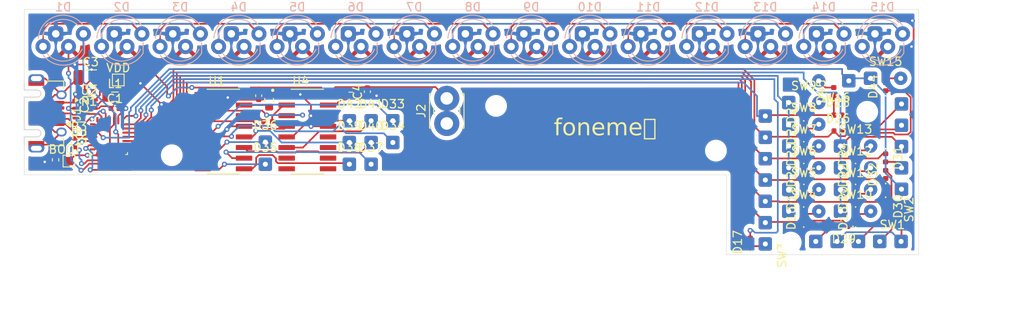
<source format=kicad_pcb>
(kicad_pcb (version 20241229) (generator "pcbnew") (generator_version "9.0")
  (layers (0 "F.Cu" signal) (2 "B.Cu" signal) (13 "F.Paste" user) (15 "B.Paste" user) (5 "F.SilkS" user "F.Silkscreen") (7 "B.SilkS" user "B.Silkscreen") (1 "F.Mask" user) (3 "B.Mask" user) (25 "Edge.Cuts" user))
  (net 0 "")
  (net 1 "GND")
  (net 2 "VDD")
  (net 3 "+5V")
  (net 4 "Net-(D1-DIN)")
  (net 5 "Net-(D1-DOUT)")
  (net 6 "Net-(D2-DOUT)")
  (net 7 "Net-(D3-DOUT)")
  (net 8 "Net-(D4-DOUT)")
  (net 9 "Net-(D5-DOUT)")
  (net 10 "Net-(D6-DOUT)")
  (net 11 "Net-(D7-DOUT)")
  (net 12 "Net-(D8-DOUT)")
  (net 13 "Net-(D10-DIN)")
  (net 14 "Net-(D10-DOUT)")
  (net 15 "Net-(D11-DOUT)")
  (net 16 "Net-(D12-DOUT)")
  (net 17 "Net-(D13-DOUT)")
  (net 18 "Net-(D14-DOUT)")
  (net 20 "Net-(D16-A)")
  (net 21 "BROW1")
  (net 22 "Net-(D17-K)")
  (net 23 "BCOL1")
  (net 24 "Net-(D18-A)")
  (net 25 "BROW2")
  (net 26 "Net-(D19-A)")
  (net 27 "Net-(D20-A)")
  (net 28 "Net-(D21-A)")
  (net 29 "BROW3")
  (net 30 "Net-(D22-A)")
  (net 31 "Net-(D23-A)")
  (net 32 "BROW4")
  (net 33 "Net-(D24-A)")
  (net 34 "Net-(D25-A)")
  (net 35 "BROW5")
  (net 36 "Net-(D26-A)")
  (net 37 "Net-(D27-A)")
  (net 38 "BROW6")
  (net 39 "Net-(D28-A)")
  (net 40 "Net-(D29-A)")
  (net 41 "Net-(D30-A)")
  (net 42 "Net-(D31-A)")
  (net 43 "Net-(D32-A)")
  (net 44 "Net-(U2-SW)")
  (net 45 "Net-(U2-VSET)")
  (net 46 "BCOL2")
  (net 47 "BCOL3")
  (net 49 "Net-(J1-Shield)")
  (net 51 "Net-(J1-D-)")
  (net 52 "Net-(J1-D+)")
  (net 54 "Net-(U3-PA9{slash}PA11)")
  (net 56 "Net-(U3-PA10{slash}PA12)")
  (net 57 "BCOL4")
  (net 58 "Net-(D33-K)")
  (net 59 "Net-(D34-K)")
  (net 60 "Net-(D35-K)")
  (net 61 "Net-(D36-K)")
  (net 63 "Net-(J3-Pin_1)")
  (net 64 "Net-(D37-K)")
  (net 66 "Net-(D38-K)")
  (net 69 "Net-(D39-K)")
  (net 70 "Net-(D40-K)")
  (net 71 "Net-(D41-K)")
  (net 72 "Net-(D42-K)")
  (net 74 "Net-(U1-R-EXT)")
  (net 75 "Net-(U4-R-EXT)")
  (net 76 "SDI1")
  (net 77 "Net-(U1-SDI)")
  (net 78 "Net-(U1-SDO)")
  (net 79 "Net-(U4-SDI)")
  (net 80 "LCLK")
  (net 81 "CLK")
  (net 89 "Net-(D44-A)")
  (net 90 "Net-(D45-A)")
  (footprint "TestPoint:TestPoint_Pad_1.0x1.0mm" (layer "F.Cu") (at 94.1 51.7)
    (property "Reference" "VDD")
    (property "Value" "Conn_01x01_Socket")
  )
  (footprint "Connector_Wire:SolderWire-0.1sqmm_1x02_P3.6mm_D0.4mm_OD1mm" (layer "F.Cu") (at 181.5 51.8 180)
    (property "Reference" "SW16")
    (property "Value" "SW_Push")
  )
  (footprint "assets:D_0402_1005Metric-Model" (layer "F.Cu") (at 180.9 69.2 180)
    (property "Reference" "D29")
    (property "Value" "D_Small")
  )
  (footprint "assets:D_0402_1005Metric-Model" (layer "F.Cu") (at 182.3225 68.215 90)
    (property "Reference" "D18")
    (property "Value" "D_Small")
  )
  (footprint "Resistor_SMD:R_0603_1608Metric" (layer "F.Cu") (at 121.923412 53.679 180)
    (property "Reference" "R5" (hide yes))
    (property "Value" "1.5K")
  )
  (footprint "MountingHole:MountingHole_2.1mm" (layer "F.Cu") (at 183.7 55.5)
    (property "Reference" "REF**" (hide yes))
    (property "Value" "MountingHole_2.1mm")
  )
  (footprint "assets:D_0402_1005Metric-Model" (layer "F.Cu") (at 176.1075 55.5 90)
    (property "Reference" "D27")
    (property "Value" "D_Small")
  )
  (footprint "assets:1X07PliggleBopFonemeWire" (layer "F.Cu") (at 171.5075 63.665 -90)
    (property "Reference" "SW3")
    (property "Value" "SR17A1620F69N")
  )
  (footprint "TLC5916IDG4:SOIC127P600X175-16N" (layer "F.Cu") (at 116.723412 57.874)
    (property "Reference" "U4")
    (property "Value" "TLC5916")
  )
  (footprint "Connector_Wire:SolderWire-0.1sqmm_1x02_P3.6mm_D0.4mm_OD1mm" (layer "F.Cu") (at 180.5075 67.4)
    (property "Reference" "SW10")
    (property "Value" "SW_Push")
  )
  (footprint "Connector_Wire:SolderWire-0.1sqmm_1x01_D0.4mm_OD1mm" (layer "F.Cu") (at 121.748412 61.779)
    (property "Reference" "D38")
    (property "Value" "LED")
  )
  (footprint "assets:D_0402_1005Metric-Model" (layer "F.Cu") (at 185.9075 63 90)
    (property "Reference" "D32")
    (property "Value" "D_Small")
  )
  (footprint "Resistor_SMD:R_0603_1608Metric" (layer "F.Cu") (at 112.148412 54.129 -90)
    (property "Reference" "R4" (hide yes))
    (property "Value" "1.5K")
  )
  (footprint "assets:D_0402_1005Metric-Model" (layer "F.Cu") (at 182.3075 60.6 90)
    (property "Reference" "D24")
    (property "Value" "D_Small")
  )
  (footprint "Connector_Wire:SolderWire-0.1sqmm_1x01_D0.4mm_OD1mm" (layer "F.Cu") (at 126.948412 56.579)
    (property "Reference" "D33")
    (property "Value" "LED")
  )
  (footprint "assets:STM32F042G6U" (layer "F.Cu") (at 93.1 58.5 90)
    (property "Reference" "U3")
    (property "Value" "STM32F042G6Ux")
  )
  (footprint "assets:D_0402_1005Metric-Model" (layer "F.Cu") (at 180.2075 57.8)
    (property "Reference" "D26")
    (property "Value" "D_Small")
  )
  (footprint "assets:D_0402_1005Metric-Model" (layer "F.Cu") (at 169.7 71.1 90)
    (property "Reference" "D17")
    (property "Value" "D_Small")
  )
  (footprint "Connector_Wire:SolderWire-0.1sqmm_1x02_P3.6mm_D0.4mm_OD1mm" (layer "F.Cu") (at 174.3075 67.415)
    (property "Reference" "SW4")
    (property "Value" "SW_Push")
  )
  (footprint "Connector_Wire:SolderWire-0.1sqmm_1x01_D0.4mm_OD1mm" (layer "F.Cu") (at 124.348412 61.779)
    (property "Reference" "D37")
    (property "Value" "LED")
  )
  (footprint "Connector_Wire:SolderWire-0.1sqmm_1x02_P3.6mm_D0.4mm_OD1mm" (layer "F.Cu") (at 174.3075 59.6)
    (property "Reference" "SW7")
    (property "Value" "SW_Push")
  )
  (footprint "assets:D_0402_1005Metric-Model" (layer "F.Cu") (at 176.1075 58 90)
    (property "Reference" "D25")
    (property "Value" "D_Small")
  )
  (footprint "assets:D_0402_1005Metric-Model" (layer "F.Cu") (at 185.9 61.015 -90)
    (property "Reference" "D31")
    (property "Value" "D_Small")
  )
  (footprint "Connector_Wire:SolderWire-0.1sqmm_1x02_P3.6mm_D0.4mm_OD1mm" (layer "F.Cu") (at 174.3075 62.2)
    (property "Reference" "SW6")
    (property "Value" "SW_Push")
  )
  (footprint "Connector_Wire:SolderWire-0.1sqmm_1x01_D0.4mm_OD1mm" (layer "F.Cu") (at 121.748412 59.179)
    (property "Reference" "D39")
    (property "Value" "LED")
  )
  (footprint "Resistor_SMD:R_0402_1005Metric" (layer "F.Cu") (at 89.4 56.1 180)
    (property "Reference" "R3")
    (property "Value" "22")
  )
  (footprint "assets:D_0402_1005Metric-Model" (layer "F.Cu") (at 176.1075 60.6 90)
    (property "Reference" "D23")
    (property "Value" "D_Small")
  )
  (footprint "Inductor_SMD:L_0805_2012Metric" (layer "F.Cu") (at 93.7 53.7)
    (property "Reference" "L1")
    (property "Value" "1uH")
  )
  (footprint "Connector_Wire:SolderWire-0.1sqmm_1x02_P3.6mm_D0.4mm_OD1mm" (layer "F.Cu") (at 180.5075 59.6)
    (property "Reference" "SW13")
    (property "Value" "SW_Push")
  )
  (footprint "Connector_Wire:SolderWire-0.1sqmm_1x02_P3.6mm_D0.4mm_OD1mm" (layer "F.Cu") (at 180.5075 64.8)
    (property "Reference" "SW11")
    (property "Value" "SW_Push")
  )
  (footprint "Capacitor_SMD:C_0402_1005Metric" (layer "F.Cu") (at 110.898412 53.579 90)
    (property "Reference" "C5" (hide yes))
    (property "Value" "100nF")
  )
  (footprint "Connector_Wire:SolderWire-0.1sqmm_1x01_D0.4mm_OD1mm" (layer "F.Cu") (at 124.348412 59.179)
    (property "Reference" "D40")
    (property "Value" "LED")
  )
  (footprint "Connector_Wire:SolderWire-0.1sqmm_1x02_P3.6mm_D0.4mm_OD1mm" (layer "F.Cu") (at 174.3075 64.8)
    (property "Reference" "SW5")
    (property "Value" "SW_Push")
  )
  (footprint "MountingHole:MountingHole_2.1mm" (layer "F.Cu") (at 139.3 54.8)
    (property "Reference" "REF**" (hide yes))
    (property "Value" "MountingHole_2.1mm")
  )
  (footprint "assets:1X05PliggleBopFonemeWire" (layer "F.Cu") (at 187.8 62.215 -90)
    (property "Reference" "SW2")
    (property "Value" "RotaryEncoder_Switch")
  )
  (footprint "assets:D_0402_1005Metric-Model" (layer "F.Cu") (at 182.3075 63.1 90)
    (property "Reference" "D22")
    (property "Value" "D_Small")
  )
  (footprint "Connector_Wire:SolderWire-0.1sqmm_1x02_P3.6mm_D0.4mm_OD1mm" (layer "F.Cu") (at 184.1 51.5)
    (property "Reference" "SW15")
    (property "Value" "SW_Push")
  )
  (footprint "MountingHole:MountingHole_2.1mm" (layer "F.Cu") (at 100.5 60.7)
    (property "Reference" "REF**" (hide yes))
    (property "Value" "MountingHole_2.1mm")
  )
  (footprint "Resistor_SMD:R_0402_1005Metric" (layer "F.Cu") (at 90.6 53.1 180)
    (property "Reference" "R1")
    (property "Value" ">250K")
  )
  (footprint "Resistor_SMD:R_0402_1005Metric" (layer "F.Cu") (at 112 56.7)
    (property "Reference" "R7" (hide yes))
    (property "Value" "22")
  )
  (footprint "Package_TO_SOT_SMD:SOT-563" (layer "F.Cu") (at 90.6 54.6)
    (property "Reference" "U2")
    (property "Value" "TPS628438DRL")
  )
  (footprint "MountingHole:MountingHole_2.1mm" (layer "F.Cu") (at 165.6 60.15)
    (property "Reference" "REF**" (hide yes))
    (property "Value" "MountingHole_2.1mm")
  )
  (footprint "Connector_Wire:SolderWire-0.1sqmm_1x02_P3.6mm_D0.4mm_OD1mm" (layer "F.Cu") (at 174.3075 54.4)
    (property "Reference" "SW9")
    (property "Value" "SW_Push")
  )
  (footprint "Capacitor_SMD:C_0402_1005Metric" (layer "F.Cu") (at 93.7 55.1)
    (property "Reference" "C1")
    (property "Value" "10uF")
  )
  (footprint "MountingHole:MountingHole_2.1mm" (layer "F.Cu") (at 174.55 71.15)
    (property "Reference" "REF**" (hide yes))
    (property "Value" "MountingHole_2.1mm")
  )
  (footprint "Capacitor_SMD:C_1206_3216Metric" (layer "F.Cu") (at 90.8 51.4)
    (property "Reference" "C3")
    (property "Value" "1nF, 2kV")
  )
  (footprint "Connector_Wire:SolderWire-0.1sqmm_1x01_D0.4mm_OD1mm" (layer "F.Cu") (at 126.948412 59.179)
    (property "Reference" "D34")
    (property "Value" "LED")
  )
  (footprint "Connector_Wire:SolderWire-0.1sqmm_1x02_P3.6mm_D0.4mm_OD1mm" (layer "F.Cu") (at 180.5075 62.2)
    (property "Reference" "SW12")
    (property "Value" "SW_Push")
  )
  (footprint "assets:1X05PliggleBopFonemeWire" (layer "F.Cu") (at 185.2 71.015)
    (property "Reference" "SW1")
    (property "Value" "RotaryEncoder_Switch")
  )
  (footprint "Resistor_SMD:R_0402_1005Metric" (layer "F.Cu") (at 89.4 57.1 180)
    (property "Reference" "R2")
    (property "Value" "22")
  )
  (footprint "Connector_Wire:SolderWire-0.1sqmm_1x01_D0.4mm_OD1mm" (layer "F.Cu") (at 111.698412 61.779)
    (property "Reference" "D35")
    (property "Value" "LED")
  )
  (footprint "assets:D_0402_1005Metric-Model" (layer "F.Cu") (at 176.1075 65.8 90)
    (property "Reference" "D19")
    (property "Value" "D_Small")
  )
  (footprint "Capacitor_SMD:C_0402_1005Metric" (layer "F.Cu") (at 123.9 53.1 90)
    (property "Reference" "C4")
    (property "Value" "100nF")
  )
  (footprint "Connector_Wire:SolderWire-0.1sqmm_1x01_D0.4mm_OD1mm" (layer "F.Cu") (at 121.748412 56.579)
    (property "Reference" "D42")
    (property "Value" "LED")
  )
  (footprint "assets:D_0402_1005Metric-Model" (layer "F.Cu") (at 179.7 53.085 90)
    (property "Reference" "D45")
    (property "Value" "D_Small")
  )
  (footprint "assets:D_0402_1005Metric-Model" (layer "F.Cu") (at 182.3075 65.8 90)
    (property "Reference" "D20")
    (property "Value" "D_Small")
  )
  (footprint "TestPoint:TestPoint_Pad_1.0x1.0mm" (layer "F.Cu") (at 88.2 61.4)
    (property "Reference" "BOOT")
    (property "Value" "Conn_01x01_Socket")
  )
  (footprint "Capacitor_SMD:C_0402_1005Metric" (layer "F.Cu") (at 88.9 54.7 -90)
    (property "Reference" "C2")
    (property "Value" "10uF")
  )
  (footprint "Connector_Wire:SolderWire-0.1sqmm_1x02_P3.6mm_D0.4mm_OD1mm" (layer "F.Cu") (at 174.3075 57)
    (property "Reference" "SW8")
    (property "Value" "SW_Push")
  )
  (footprint "TLC5916IDG4:SOIC127P600X175-16N" (layer "F.Cu") (at 106.673412 57.874)
    (property "Reference" "U1")
    (property "Value" "TLC5916")
  )
  (footprint "TerminalBlock_MetzConnect:TerminalBlock_MetzConnect_360272_1x01_Horizontal_ScrewM2.6" (layer "F.Cu") (at 133.4 56.9 90)
    (property "Reference" "J2")
    (property "Value" "Conn_01x01_Socket")
  )
  (footprint "Resistor_SMD:R_0402_1005Metric" (layer "F.Cu") (at 86.6 61.25 -90)
    (property "Reference" "R8" (hide yes))
    (property "Value" "10K")
  )
  (footprint "Resistor_SMD:R_0402_1005Metric" (layer "F.Cu") (at 88.9 59.2 -90)
    (property "Reference" "R6" (hide yes))
    (property "Value" "22")
  )
  (footprint "Connector_USB:USB_Micro-AB_Molex_47590-0001" (layer "F.Cu") (at 83.95 55.7 -90)
    (property "Reference" "J1")
    (property "Value" "USB_B_Micro")
    (fp_line (start -3.75 1.1) (end -2.8 1.1) (stroke (width 0.1)) (layer "Edge.Cuts"))
    (fp_line (start -1.95 1.1) (end 1.95 1.1) (stroke (width 0.1)) (layer "Edge.Cuts"))
    (fp_line (start 2.8 1.1) (end 3.75 1.1) (stroke (width 0.1)) (layer "Edge.Cuts"))
    (fp_line (start -2.8 -0.475) (end -2.8 1.1) (stroke (width 0.1)) (layer "Edge.Cuts"))
    (fp_line (start -1.95 -0.475) (end -1.95 1.1) (stroke (width 0.1)) (layer "Edge.Cuts"))
    (fp_line (start 1.95 -0.475) (end 1.95 1.1) (stroke (width 0.1)) (layer "Edge.Cuts"))
    (fp_line (start 2.8 -0.475) (end 2.8 1.1) (stroke (width 0.1)) (layer "Edge.Cuts"))
    (fp_arc (start -2.8 -0.475) (mid -2.375 -0.9) (end -1.95 -0.475) (stroke (width 0.1)) (layer "Edge.Cuts"))
    (fp_arc (start 1.95 -0.475) (mid 2.375 -0.9) (end 2.8 -0.475) (stroke (width 0.1)) (layer "Edge.Cuts"))
  )
  (footprint "assets:D_0402_1005Metric-Model" (layer "F.Cu") (at 180.1925 55.9)
    (property "Reference" "D28")
    (property "Value" "D_Small")
  )
  (footprint "Connector_Wire:SolderWire-0.1sqmm_1x01_D0.4mm_OD1mm" (layer "F.Cu") (at 111.698412 59.129)
    (property "Reference" "D36")
    (property "Value" "LED")
  )
  (footprint "Connector_Wire:SolderWire-0.1sqmm_1x01_D0.4mm_OD1mm" (layer "F.Cu") (at 124.348412 56.579)
    (property "Reference" "D41")
    (property "Value" "LED")
  )
  (footprint "assets:D_0402_1005Metric-Model" (layer "F.Cu") (at 185.9 52.5 90)
    (property "Reference" "D44")
    (property "Value" "D_Small")
  )
  (footprint "assets:D_0402_1005Metric-Model" (layer "F.Cu") (at 176.1075 68.2 90)
    (property "Reference" "D16")
    (property "Value" "D_Small")
  )
  (footprint "assets:D_0402_1005Metric-Model" (layer "F.Cu") (at 185.9 66.815 -90)
    (property "Reference" "D30")
    (property "Value" "D_Small")
  )
  (footprint "assets:D_0402_1005Metric-Model" (layer "F.Cu") (at 176.1225 63.1 90)
    (property "Reference" "D21")
    (property "Value" "D_Small")
  )
  (footprint "assets:LED_D5.0mm-4_RGB_Staggered_Pins_FIX" (layer "B.Cu") (at 187.926 46.176 180)
    (property "Reference" "D15")
    (property "Value" "SK6812")
  )
  (footprint "assets:LED_D5.0mm-4_RGB_Staggered_Pins_FIX" (layer "B.Cu") (at 152.926 46.176 180)
    (property "Reference" "D10")
    (property "Value" "SK6812")
  )
  (footprint "assets:LED_D5.0mm-4_RGB_Staggered_Pins_FIX" (layer "B.Cu") (at 96.926 46.176 180)
    (property "Reference" "D2")
    (property "Value" "SK6812")
  )
  (footprint "assets:LED_D5.0mm-4_RGB_Staggered_Pins_FIX" (layer "B.Cu") (at 173.926 46.176 180)
    (property "Reference" "D13")
    (property "Value" "SK6812")
  )
  (footprint "assets:LED_D5.0mm-4_RGB_Staggered_Pins_FIX" (layer "B.Cu") (at 110.926 46.176 180)
    (property "Reference" "D4")
    (property "Value" "SK6812")
  )
  (footprint "assets:LED_D5.0mm-4_RGB_Staggered_Pins_FIX" (layer "B.Cu") (at 138.926 46.176 180)
    (property "Reference" "D8")
    (property "Value" "SK6812")
  )
  (footprint "assets:LED_D5.0mm-4_RGB_Staggered_Pins_FIX" (layer "B.Cu") (at 166.926 46.176 180)
    (property "Reference" "D12")
    (property "Value" "SK6812")
  )
  (footprint "assets:LED_D5.0mm-4_RGB_Staggered_Pins_FIX" (layer "B.Cu") (at 103.926 46.176 180)
    (property "Reference" "D3")
    (property "Value" "SK6812")
  )
  (footprint "assets:LED_D5.0mm-4_RGB_Staggered_Pins_FIX" (layer "B.Cu") (at 117.926 46.176 180)
    (property "Reference" "D5")
    (property "Value" "SK6812")
  )
  (footprint "assets:LED_D5.0mm-4_RGB_Staggered_Pins_FIX" (layer "B.Cu") (at 145.926 46.176 180)
    (property "Reference" "D9")
    (property "Value" "SK6812")
  )
  (footprint "assets:LED_D5.0mm-4_RGB_Staggered_Pins_FIX" (layer "B.Cu") (at 124.926 46.176 180)
    (property "Reference" "D6")
    (property "Value" "SK6812")
  )
  (footprint "assets:LED_D5.0mm-4_RGB_Staggered_Pins_FIX" (layer "B.Cu") (at 180.926 46.176 180)
    (property "Reference" "D14")
    (property "Value" "SK6812")
  )
  (footprint "assets:LED_D5.0mm-4_RGB_Staggered_Pins_FIX" (layer "B.Cu") (at 159.926 46.176 180)
    (property "Reference" "D11")
    (property "Value" "SK6812")
  )
  (footprint "assets:LED_D5.0mm-4_RGB_Staggered_Pins_FIX" (layer "B.Cu") (at 131.926 46.176 180)
    (property "Reference" "D7")
    (property "Value" "SK6812")
  )
  (footprint "assets:LED_D5.0mm-4_RGB_Staggered_Pins_FIX" (layer "B.Cu") (at 89.926 46.176 180)
    (property "Reference" "D1")
    (property "Value" "SK6812")
  )
  (gr_line (start 82.85 43.25) (end 82.85 51.95) (stroke (width 0.05)) (layer "Edge.Cuts"))
  (gr_line (start 166.85 72.6) (end 189.85 72.6) (stroke (width 0.05)) (layer "Edge.Cuts"))
  (gr_line (start 166.85 63.05) (end 166.85 72.6) (stroke (width 0.05)) (layer "Edge.Cuts"))
  (gr_line (start 82.85 63.05) (end 166.85 63.05) (stroke (width 0.05)) (layer "Edge.Cuts"))
  (gr_line (start 189.85 43.25) (end 189.85 70.85) (stroke (width 0.05)) (layer "Edge.Cuts"))
  (gr_line (start 189.85 70.85) (end 189.85 72.6) (stroke (width 0.05)) (layer "Edge.Cuts"))
  (gr_line (start 82.85 59.45) (end 82.85 63.05) (stroke (width 0.05)) (layer "Edge.Cuts"))
  (gr_line (start 82.85 43.25) (end 189.85 43.25) (stroke (width 0.05)) (layer "Edge.Cuts"))
  (gr_text "foneme󰠳" (at 146.2 58.65 0) (layer "F.SilkS") (effects (font (size 2 2) (thickness 0.1)) (justify left bottom)))
  (segment (start 117.15 54.7) (end 115.879 53.429) (width 0.2) (layer "F.Cu") (net 1))
  (segment (start 92.275 51.4) (end 91.08616 51.4) (width 0.2) (layer "F.Cu") (net 1))
  (segment (start 91.08616 51.4) (end 90.89308 51.59308) (width 0.2) (layer "F.Cu") (net 1))
  (segment (start 117.15 55.979) (end 117.15 54.7) (width 0.2) (layer "F.Cu") (net 1))
  (segment (start 125 53.58) (end 123.9 53.58) (width 0.2) (layer "F.Cu") (net 1))
  (segment (start 90.3 49.85) (end 90.9 50.45) (width 0.2) (layer "F.Cu") (net 1))
  (segment (start 107.1 53.8) (end 106.729 53.429) (width 0.2) (layer "F.Cu") (net 1))
  (segment (start 94.1 56.5625) (end 94.1 56) (width 0.2) (layer "F.Cu") (net 1))
  (segment (start 88.72 54.4) (end 88.9 54.22) (width 0.2) (layer "F.Cu") (net 1))
  (segment (start 110.898412 54.059) (end 107.459 54.059) (width 0.2) (layer "F.Cu") (net 1))
  (segment (start 189.249 44.749) (end 189.249 47.451) (width 0.2) (layer "F.Cu") (net 1))
  (segment (start 122.748412 53.679) (end 123.801 53.679) (width 0.2) (layer "F.Cu") (net 1))
  (segment (start 88.9 54.22) (end 88.9 53.5) (width 0.2) (layer "F.Cu") (net 1))
  (segment (start 119.198412 57.239) (end 117.161 57.239) (width 0.2) (layer "F.Cu") (net 1))
  (segment (start 90.89308 51.59308) (end 90.09 52.39616) (width 0.2) (layer "F.Cu") (net 1))
  (segment (start 107.2 53.8) (end 107.1 53.8) (width 0.2) (layer "F.Cu") (net 1))
  (segment (start 99.276356 54.626357) (end 96.75 52.1) (width 0.2) (layer "F.Cu") (net 1))
  (segment (start 86.975 54.4) (end 88.72 54.4) (width 0.2) (layer "F.Cu") (net 1))
  (segment (start 88.9 53.5) (end 89 53.4) (width 0.2) (layer "F.Cu") (net 1))
  (segment (start 90.09 52.39616) (end 90.09 53.1) (width 0.2) (layer "F.Cu") (net 1))
  (segment (start 109.148412 57.239) (end 107.461 57.239) (width 0.2) (layer "F.Cu") (net 1))
  (segment (start 189.1 44.6) (end 189.249 44.749) (width 0.2) (layer "F.Cu") (net 1))
  (segment (start 189.249 47.451) (end 189 47.7) (width 0.2) (layer "F.Cu") (net 1))
  (segment (start 106.729 53.429) (end 104.198412 53.429) (width 0.2) (layer "F.Cu") (net 1))
  (segment (start 90.9 50.45) (end 90.9 51.58616) (width 0.2) (layer "F.Cu") (net 1))
  (segment (start 123.801 53.679) (end 123.9 53.58) (width 0.2) (layer "F.Cu") (net 1))
  (segment (start 86.06 60.74) (end 85.3 61.5) (width 0.2) (layer "F.Cu") (net 1))
  (segment (start 111.393412 54.059) (end 112.148412 53.304) (width 0.2) (layer "F.Cu") (net 1))
  (segment (start 89.8875 54.1) (end 89.7 54.1) (width 0.2) (layer "F.Cu") (net 1))
  (segment (start 86.6 60.74) (end 86.06 60.74) (width 0.2) (layer "F.Cu") (net 1))
  (segment (start 115.879 53.429) (end 114.248412 53.429) (width 0.2) (layer "F.Cu") (net 1))
  (segment (start 90.9 51.58616) (end 90.89308 51.59308) (width 0.2) (layer "F.Cu") (net 1))
  (segment (start 89.79 53.4) (end 90.09 53.1) (width 0.2) (layer "F.Cu") (net 1))
  (segment (start 89 53.4) (end 89.79 53.4) (width 0.2) (layer "F.Cu") (net 1))
  (segment (start 107.459 54.059) (end 107.2 53.8) (width 0.2) (layer "F.Cu") (net 1))
  (segment (start 107.461 57.239) (end 107.1 57.6) (width 0.2) (layer "F.Cu") (net 1))
  (segment (start 89.7 54.1) (end 89 53.4) (width 0.2) (layer "F.Cu") (net 1))
  (segment (start 94.18 55.1) (end 95 55.1) (width 0.2) (layer "F.Cu") (net 1))
  (segment (start 88.9 49.85) (end 90.3 49.85) (width 0.2) (layer "F.Cu") (net 1))
  (segment (start 94.1 56) (end 95 55.1) (width 0.2) (layer "F.Cu") (net 1))
  (segment (start 110.898412 54.059) (end 111.393412 54.059) (width 0.2) (layer "F.Cu") (net 1))
  (via (at 96.75 52.1) (size 0.6) (drill 0.3) (layers "F.Cu" "B.Cu") (net 1))
  (via (at 90.9 50.45) (size 0.6) (drill 0.3) (layers "F.Cu" "B.Cu") (net 1))
  (via (at 88.9 49.85) (size 0.6) (drill 0.3) (layers "F.Cu" "B.Cu") (net 1))
  (via (at 107.2 53.8) (size 0.6) (drill 0.3) (layers "F.Cu" "B.Cu") (net 1))
  (via (at 189 47.7) (size 0.6) (drill 0.3) (layers "F.Cu" "B.Cu") (net 1))
  (via (at 125 53.58) (size 0.6) (drill 0.3) (layers "F.Cu" "B.Cu") (net 1))
  (via (at 189.1 44.6) (size 0.6) (drill 0.3) (layers "F.Cu" "B.Cu") (net 1))
  (via (at 115.879 53.429) (size 0.6) (drill 0.3) (layers "F.Cu" "B.Cu") (net 1))
  (via (at 95 55.1) (size 0.6) (drill 0.3) (layers "F.Cu" "B.Cu") (net 1))
  (via (at 117.15 55.979) (size 0.6) (drill 0.3) (layers "F.Cu" "B.Cu") (net 1))
  (via (at 107.1 57.6) (size 0.6) (drill 0.3) (layers "F.Cu" "B.Cu") (net 1))
  (via (at 89 53.4) (size 0.6) (drill 0.3) (layers "F.Cu" "B.Cu") (net 1))
  (via (at 85.3 61.5) (size 0.6) (drill 0.3) (layers "F.Cu" "B.Cu") (net 1))
  (via (at 117.161 57.239) (size 0.6) (drill 0.3) (layers "F.Cu" "B.Cu") (net 1))
  (via (at 99.276356 54.626357) (size 0.6) (drill 0.3) (layers "F.Cu" "B.Cu") (net 1))
  (segment (start 117.15 55.979) (end 117.15 57.228) (width 0.2) (layer "B.Cu") (net 1))
  (segment (start 117.15 57.228) (end 117.161 57.239) (width 0.2) (layer "B.Cu") (net 1))
  (segment (start 93.8615 52.799) (end 93.8615 52.6385) (width 0.2) (layer "F.Cu") (net 2))
  (segment (start 91.899 53.5135) (end 91.899 53.0974) (width 0.2) (layer "F.Cu") (net 2))
  (segment (start 93.6 60.4375) (end 93.6 59.9) (width 0.2) (layer "F.Cu") (net 2))
  (segment (start 93.6 55.48) (end 93.6 56.5625) (width 0.2) (layer "F.Cu") (net 2))
  (segment (start 94.62 53.7) (end 94.7625 53.7) (width 0.2) (layer "F.Cu") (net 2))
  (segment (start 92.1974 52.799) (end 93.8615 52.799) (width 0.2) (layer "F.Cu") (net 2))
  (segment (start 93.6 57.015798) (end 93.6 56.5625) (width 0.2) (layer "F.Cu") (net 2))
  (segment (start 93.1 57.515798) (end 93.6 57.015798) (width 0.2) (layer "F.Cu") (net 2))
  (segment (start 92.047941 54.834433) (end 92.954433 54.834433) (width 0.2) (layer "F.Cu") (net 2))
  (segment (start 91.782374 55.1) (end 92.047941 54.834433) (width 0.2) (layer "F.Cu") (net 2))
  (segment (start 93.1 59.4) (end 93.1 57.515798) (width 0.2) (layer "F.Cu") (net 2))
  (segment (start 91.3125 55.1) (end 91.782374 55.1) (width 0.2) (layer "F.Cu") (net 2))
  (segment (start 93.22 55.1) (end 93.6 55.48) (width 0.2) (layer "F.Cu") (net 2))
  (segment (start 93.8615 52.6385) (end 94.1 52.4) (width 0.2) (layer "F.Cu") (net 2))
  (segment (start 91.899 53.0974) (end 92.1974 52.799) (width 0.2) (layer "F.Cu") (net 2))
  (segment (start 93.6 59.9) (end 93.1 59.4) (width 0.2) (layer "F.Cu") (net 2))
  (segment (start 93.8615 52.799) (end 94.7625 53.7) (width 0.2) (layer "F.Cu") (net 2))
  (segment (start 92.954433 54.834433) (end 93.22 55.1) (width 0.2) (layer "F.Cu") (net 2))
  (segment (start 91.3125 54.1) (end 91.899 53.5135) (width 0.2) (layer "F.Cu") (net 2))
  (segment (start 93.22 55.1) (end 94.62 53.7) (width 0.2) (layer "F.Cu") (net 2))
  (segment (start 94.1 52.4) (end 94.1 51.7) (width 0.2) (layer "F.Cu") (net 2))
  (segment (start 108.323412 52.604) (end 109.148412 53.429) (width 0.2) (layer "F.Cu") (net 3))
  (segment (start 88.15 55.1) (end 88.82 55.1) (width 0.2) (layer "F.Cu") (net 3))
  (segment (start 88.76966 57.92) (end 88.9894 57.92) (width 0.2) (layer "F.Cu") (net 3))
  (segment (start 99.95 52.502) (end 95.148 47.7) (width 0.2) (layer "F.Cu") (net 3))
  (segment (start 110.898412 53.099) (end 110.898412 52.601588) (width 0.2) (layer "F.Cu") (net 3))
  (segment (start 88.9 55.18) (end 89.48 54.6) (width 0.2) (layer "F.Cu") (net 3))
  (segment (start 102.903 52.604) (end 108.323412 52.604) (width 0.2) (layer "F.Cu") (net 3))
  (segment (start 110.898412 52.601588) (end 110.9 52.6) (width 0.2) (layer "F.Cu") (net 3))
  (segment (start 100.1 53.616927) (end 99.95 53.466927) (width 0.2) (layer "F.Cu") (net 3))
  (segment (start 110.9 52.6) (end 109.977412 52.6) (width 0.2) (layer "F.Cu") (net 3))
  (segment (start 133.4 56.9) (end 133.4 53.9) (width 0.2) (layer "F.Cu") (net 3))
  (segment (start 87.84966 57) (end 88.76966 57.92) (width 0.2) (layer "F.Cu") (net 3))
  (segment (start 132.05 52.55) (end 133.4 53.9) (width 0.2) (layer "F.Cu") (net 3))
  (segment (start 86.975 57) (end 87.84966 57) (width 0.2) (layer "F.Cu") (net 3))
  (segment (start 89.48 54.6) (end 89.8875 54.6) (width 0.2) (layer "F.Cu") (net 3))
  (segment (start 99.95 53.466927) (end 99.95 52.502) (width 0.2) (layer "F.Cu") (net 3))
  (segment (start 119.198412 53.429) (end 120.077412 52.55) (width 0.2) (layer "F.Cu") (net 3))
  (segment (start 109.977412 52.6) (end 109.148412 53.429) (width 0.2) (layer "F.Cu") (net 3))
  (segment (start 120.077412 52.55) (end 132.05 52.55) (width 0.2) (layer "F.Cu") (net 3))
  (segment (start 119.198412 53.429) (end 118.369412 52.6) (width 0.2) (layer "F.Cu") (net 3))
  (segment (start 88.82 55.1) (end 88.9 55.18) (width 0.2) (layer "F.Cu") (net 3))
  (segment (start 88.148 50.9) (end 88.148 47.7) (width 0.2) (layer "F.Cu") (net 3))
  (segment (start 118.369412 52.6) (end 110.9 52.6) (width 0.2) (layer "F.Cu") (net 3))
  (via (at 102.903 52.604) (size 0.6) (drill 0.3) (layers "F.Cu" "B.Cu") (net 3))
  (via (at 88.15 55.1) (size 0.6) (drill 0.3) (layers "F.Cu" "B.Cu") (net 3))
  (via (at 100.1 53.616927) (size 0.6) (drill 0.3) (layers "F.Cu" "B.Cu") (net 3))
  (via (at 88.9894 57.92) (size 0.6) (drill 0.3) (layers "F.Cu" "B.Cu") (net 3))
  (via (at 88.148 50.9) (size 0.6) (drill 0.3) (layers "F.Cu" "B.Cu") (net 3))
  (segment (start 88.4 51.7) (end 88.4 54.85) (width 0.2) (layer "B.Cu") (net 3))
  (segment (start 88.4 55.35) (end 88.4 57.3306) (width 0.2) (layer "B.Cu") (net 3))
  (segment (start 88.4 54.85) (end 88.15 55.1) (width 0.2) (layer "B.Cu") (net 3))
  (segment (start 100.133073 53.616927) (end 101.146 52.604) (width 0.2) (layer "B.Cu") (net 3))
  (segment (start 101.146 52.604) (end 102.903 52.604) (width 0.2) (layer "B.Cu") (net 3))
  (segment (start 100.1 53.616927) (end 100.133073 53.616927) (width 0.2) (layer "B.Cu") (net 3))
  (segment (start 88.15 55.1) (end 88.4 55.35) (width 0.2) (layer "B.Cu") (net 3))
  (segment (start 88.4 57.3306) (end 88.9894 57.92) (width 0.2) (layer "B.Cu") (net 3))
  (segment (start 88.148 50.9) (end 88.148 51.448) (width 0.2) (layer "B.Cu") (net 3))
  (segment (start 88.148 51.448) (end 88.4 51.7) (width 0.2) (layer "B.Cu") (net 3))
  (segment (start 94.1 60.4375) (end 94.1 58.2) (width 0.2) (layer "F.Cu") (net 4))
  (segment (start 94.1 58.2) (end 93.8 57.9) (width 0.2) (layer "F.Cu") (net 4))
  (via (at 93.8 57.9) (size 0.6) (drill 0.3) (layers "F.Cu" "B.Cu") (net 4))
  (segment (start 89.926 51.926) (end 89.926 46.176) (width 0.2) (layer "B.Cu") (net 4))
  (segment (start 93.8 57.9) (end 93.8 55.8) (width 0.2) (layer "B.Cu") (net 4))
  (segment (start 93.8 55.8) (end 89.926 51.926) (width 0.2) (layer "B.Cu") (net 4))
  (segment (start 85.1 47.7) (end 85.1 45.730736) (width 0.2) (layer "F.Cu") (net 5))
  (segment (start 85.1 45.730736) (end 85.855736 44.975) (width 0.2) (layer "F.Cu") (net 5))
  (segment (start 85.855736 44.975) (end 95.725 44.975) (width 0.2) (layer "F.Cu") (net 5))
  (segment (start 95.725 44.975) (end 96.926 46.176) (width 0.2) (layer "F.Cu") (net 5))
  (segment (start 92.1 47.7) (end 92.1 45.730736) (width 0.2) (layer "B.Cu") (net 6))
  (segment (start 92.855736 44.975) (end 102.725 44.975) (width 0.2) (layer "B.Cu") (net 6))
  (segment (start 92.1 45.730736) (end 92.855736 44.975) (width 0.2) (layer "B.Cu") (net 6))
  (segment (start 102.725 44.975) (end 103.926 46.176) (width 0.2) (layer "B.Cu") (net 6))
  (segment (start 99.1 47.7) (end 99.1 45.730736) (width 0.2) (layer "F.Cu") (net 7))
  (segment (start 99.1 45.730736) (end 99.855736 44.975) (width 0.2) (layer "F.Cu") (net 7))
  (segment (start 99.855736 44.975) (end 109.725 44.975) (width 0.2) (layer "F.Cu") (net 7))
  (segment (start 109.725 44.975) (end 110.926 46.176) (width 0.2) (layer "F.Cu") (net 7))
  (segment (start 106.1 45.730736) (end 106.855736 44.975) (width 0.2) (layer "B.Cu") (net 8))
  (segment (start 116.725 44.975) (end 117.926 46.176) (width 0.2) (layer "B.Cu") (net 8))
  (segment (start 106.1 47.7) (end 106.1 45.730736) (width 0.2) (layer "B.Cu") (net 8))
  (segment (start 106.855736 44.975) (end 116.725 44.975) (width 0.2) (layer "B.Cu") (net 8))
  (segment (start 113.1 47.7) (end 113.1 45.730736) (width 0.2) (layer "F.Cu") (net 9))
  (segment (start 113.855736 44.975) (end 123.725 44.975) (width 0.2) (layer "F.Cu") (net 9))
  (segment (start 123.725 44.975) (end 124.926 46.176) (width 0.2) (layer "F.Cu") (net 9))
  (segment (start 113.1 45.730736) (end 113.855736 44.975) (width 0.2) (layer "F.Cu") (net 9))
  (segment (start 120.855736 44.975) (end 130.725 44.975) (width 0.2) (layer "B.Cu") (net 10))
  (segment (start 130.725 44.975) (end 131.926 46.176) (width 0.2) (layer "B.Cu") (net 10))
  (segment (start 120.1 45.730736) (end 120.855736 44.975) (width 0.2) (layer "B.Cu") (net 10))
  (segment (start 120.1 47.7) (end 120.1 45.730736) (width 0.2) (layer "B.Cu") (net 10))
  (segment (start 127.1 47.7) (end 127.1 45.730736) (width 0.2) (layer "F.Cu") (net 11))
  (segment (start 127.1 45.730736) (end 127.855736 44.975) (width 0.2) (layer "F.Cu") (net 11))
  (segment (start 137.725 44.975) (end 138.926 46.176) (width 0.2) (layer "F.Cu") (net 11))
  (segment (start 127.855736 44.975) (end 137.725 44.975) (width 0.2) (layer "F.Cu") (net 11))
  (segment (start 134.1 47.7) (end 134.1 45.730736) (width 0.2) (layer "B.Cu") (net 12))
  (segment (start 134.855736 44.975) (end 144.725 44.975) (width 0.2) (layer "B.Cu") (net 12))
  (segment (start 144.725 44.975) (end 145.926 46.176) (width 0.2) (layer "B.Cu") (net 12))
  (segment (start 134.1 45.730736) (end 134.855736 44.975) (width 0.2) (layer "B.Cu") (net 12))
  (segment (start 151.725 44.975) (end 152.926 46.176) (width 0.2) (layer "F.Cu") (net 13))
  (segment (start 141.1 45.4) (end 141.525 44.975) (width 0.2) (layer "F.Cu") (net 13))
  (segment (start 141.1 47.7) (end 141.1 45.4) (width 0.2) (layer "F.Cu") (net 13))
  (segment (start 141.525 44.975) (end 151.725 44.975) (width 0.2) (layer "F.Cu") (net 13))
  (segment (start 148.1 47.7) (end 148.1 45.730736) (width 0.2) (layer "B.Cu") (net 14))
  (segment (start 148.1 45.730736) (end 148.855736 44.975) (width 0.2) (layer "B.Cu") (net 14))
  (segment (start 158.725 44.975) (end 159.926 46.176) (width 0.2) (layer "B.Cu") (net 14))
  (segment (start 148.855736 44.975) (end 158.725 44.975) (width 0.2) (layer "B.Cu") (net 14))
  (segment (start 155.1 47.7) (end 155.1 45.730736) (width 0.2) (layer "F.Cu") (net 15))
  (segment (start 155.1 45.730736) (end 155.855736 44.975) (width 0.2) (layer "F.Cu") (net 15))
  (segment (start 155.855736 44.975) (end 165.725 44.975) (width 0.2) (layer "F.Cu") (net 15))
  (segment (start 165.725 44.975) (end 166.926 46.176) (width 0.2) (layer "F.Cu") (net 15))
  (segment (start 172.725 44.975) (end 173.926 46.176) (width 0.2) (layer "B.Cu") (net 16))
  (segment (start 162.1 45.730736) (end 162.855736 44.975) (width 0.2) (layer "B.Cu") (net 16))
  (segment (start 162.855736 44.975) (end 172.725 44.975) (width 0.2) (layer "B.Cu") (net 16))
  (segment (start 162.1 47.7) (end 162.1 45.730736) (width 0.2) (layer "B.Cu") (net 16))
  (segment (start 169.855736 44.975) (end 179.725 44.975) (width 0.2) (layer "F.Cu") (net 17))
  (segment (start 169.1 47.7) (end 169.1 45.730736) (width 0.2) (layer "F.Cu") (net 17))
  (segment (start 179.725 44.975) (end 180.926 46.176) (width 0.2) (layer "F.Cu") (net 17))
  (segment (start 169.1 45.730736) (end 169.855736 44.975) (width 0.2) (layer "F.Cu") (net 17))
  (segment (start 176.855736 44.975) (end 186.725 44.975) (width 0.2) (layer "B.Cu") (net 18))
  (segment (start 176.1 45.730736) (end 176.855736 44.975) (width 0.2) (layer "B.Cu") (net 18))
  (segment (start 176.1 47.7) (end 176.1 45.730736) (width 0.2) (layer "B.Cu") (net 18))
  (segment (start 186.725 44.975) (end 187.926 46.176) (width 0.2) (layer "B.Cu") (net 18))
  (segment (start 177.6075 67.715) (end 177.9075 67.415) (width 0.2) (layer "F.Cu") (net 20))
  (segment (start 176.1075 67.715) (end 177.6075 67.715) (width 0.2) (layer "F.Cu") (net 20))
  (segment (start 102.303 54.716643) (end 102.303 52.004) (width 0.2) (layer "F.Cu") (net 21))
  (segment (start 102.303 52.004) (end 168.2356 52.004) (width 0.2) (layer "F.Cu") (net 21))
  (segment (start 168.296 65.5535) (end 171.5075 68.765) (width 0.2) (layer "F.Cu") (net 21))
  (segment (start 181.385 69.145) (end 181.8775 69.145) (width 0.2) (layer "F.Cu") (net 21))
  (segment (start 168.2356 52.004) (end 168.296 52.0644) (width 0.2) (layer "F.Cu") (net 21))
  (segment (start 176.2685 68.524) (end 180.764 68.524) (width 0.2) (layer "F.Cu") (net 21))
  (segment (start 176.1075 68.685) (end 171.5875 68.685) (width 0.2) (layer "F.Cu") (net 21))
  (segment (start 176.1225 68.7) (end 176.1075 68.685) (width 0.2) (layer "F.Cu") (net 21))
  (segment (start 176.1075 68.685) (end 176.2685 68.524) (width 0.2) (layer "F.Cu") (net 21))
  (segment (start 181.8775 69.145) (end 182.3225 68.7) (width 0.2) (layer "F.Cu") (net 21))
  (segment (start 168.296 52.0644) (end 168.296 65.5535) (width 0.2) (layer "F.Cu") (net 21))
  (segment (start 171.5875 68.685) (end 171.5075 68.765) (width 0.2) (layer "F.Cu") (net 21))
  (segment (start 96.522143 60.4975) (end 102.303 54.716643) (width 0.2) (layer "F.Cu") (net 21))
  (segment (start 94.6 60.4975) (end 96.522143 60.4975) (width 0.2) (layer "F.Cu") (net 21))
  (segment (start 180.764 68.524) (end 181.385 69.145) (width 0.2) (layer "F.Cu") (net 21))
  (segment (start 171.2375 71.585) (end 171.5075 71.315) (width 0.2) (layer "F.Cu") (net 22))
  (segment (start 169.7 71.585) (end 171.2375 71.585) (width 0.2) (layer "F.Cu") (net 22))
  (segment (start 97.414423 56.20262) (end 96.117043 57.5) (width 0.2) (layer "F.Cu") (net 23))
  (segment (start 169.7 69.7) (end 169.7 70.615) (width 0.2) (layer "F.Cu") (net 23))
  (segment (start 97.414423 55.862026) (end 97.414423 56.20262) (width 0.2) (layer "F.Cu") (net 23))
  (segment (start 96.117043 57.5) (end 95.0375 57.5) (width 0.2) (layer "F.Cu") (net 23))
  (via (at 169.7 69.7) (size 0.6) (drill 0.3) (layers "F.Cu" "B.Cu") (net 23))
  (via (at 97.414423 55.862026) (size 0.6) (drill 0.3) (layers "F.Cu" "B.Cu") (net 23))
  (segment (start 156.6983 51.603) (end 156.6993 51.602) (width 0.2) (layer "B.Cu") (net 23))
  (segment (start 173 69.8) (end 172.831589 69.968411) (width 0.2) (layer "B.Cu") (net 23))
  (segment (start 170.268411 69.968411) (end 170 69.7) (width 0.2) (layer "B.Cu") (net 23))
  (segment (start 97.45 54.8513) (end 100.6983 51.603) (width 0.2) (layer "B.Cu") (net 23))
  (segment (start 170 69.7) (end 169.7 69.7) (width 0.2) (layer "B.Cu") (net 23))
  (segment (start 173 54.4) (end 173 69.8) (width 0.2) (layer "B.Cu") (net 23))
  (segment (start 172.602 51.602) (end 172.598 51.606) (width 0.2) (layer "B.Cu") (net 23))
  (segment (start 156.6993 51.602) (end 172.602 51.602) (width 0.2) (layer "B.Cu") (net 23))
  (segment (start 100.6983 51.603) (end 156.6983 51.603) (width 0.2) (layer "B.Cu") (net 23))
  (segment (start 97.414423 55.862026) (end 97.45 55.826449) (width 0.2) (layer "B.Cu") (net 23))
  (segment (start 97.45 55.826449) (end 97.45 54.8513) (width 0.2) (layer "B.Cu") (net 23))
  (segment (start 172.831589 69.968411) (end 170.268411 69.968411) (width 0.2) (layer "B.Cu") (net 23))
  (segment (start 172.598 51.606) (end 172.598 53.998) (width 0.2) (layer "B.Cu") (net 23))
  (segment (start 172.598 53.998) (end 173 54.4) (width 0.2) (layer "B.Cu") (net 23))
  (segment (start 183.7775 67.73) (end 184.1075 67.4) (width 0.2) (layer "F.Cu") (net 24))
  (segment (start 182.3225 67.73) (end 183.7775 67.73) (width 0.2) (layer "F.Cu") (net 24))
  (segment (start 182.3075 66.285) (end 176.1075 66.285) (width 0.2) (layer "F.Cu") (net 25))
  (segment (start 173.1525 66.215) (end 171.5075 66.215) (width 0.2) (layer "F.Cu") (net 25))
  (segment (start 176.1075 66.285) (end 173.2225 66.285) (width 0.2) (layer "F.Cu") (net 25))
  (segment (start 101.902 51.603) (end 168.4017 51.603) (width 0.2) (layer "F.Cu") (net 25))
  (segment (start 96.452543 60) (end 101.902 54.550543) (width 0.2) (layer "F.Cu") (net 25))
  (segment (start 168.4017 51.603) (end 168.697 51.8983) (width 0.2) (layer "F.Cu") (net 25))
  (segment (start 101.902 54.550543) (end 101.902 51.603) (width 0.2) (layer "F.Cu") (net 25))
  (segment (start 95.0975 60) (end 96.452543 60) (width 0.2) (layer "F.Cu") (net 25))
  (segment (start 168.697 63.4045) (end 171.5075 66.215) (width 0.2) (layer "F.Cu") (net 25))
  (segment (start 186.0075 66.285) (end 182.3075 66.285) (width 0.2) (layer "F.Cu") (net 25))
  (segment (start 173.2225 66.285) (end 173.1525 66.215) (width 0.2) (layer "F.Cu") (net 25))
  (segment (start 168.697 51.8983) (end 168.697 63.4045) (width 0.2) (layer "F.Cu") (net 25))
  (segment (start 177.3925 65.315) (end 177.9075 64.8) (width 0.2) (layer "F.Cu") (net 26))
  (segment (start 176.1075 65.315) (end 177.3925 65.315) (width 0.2) (layer "F.Cu") (net 26))
  (segment (start 183.5925 65.315) (end 184.1075 64.8) (width 0.2) (layer "F.Cu") (net 27))
  (segment (start 182.3075 65.315) (end 183.5925 65.315) (width 0.2) (layer "F.Cu") (net 27))
  (segment (start 177.4925 62.615) (end 177.9075 62.2) (width 0.2) (layer "F.Cu") (net 28))
  (segment (start 176.1225 62.615) (end 177.4925 62.615) (width 0.2) (layer "F.Cu") (net 28))
  (segment (start 185.8075 63.585) (end 185.9075 63.485) (width 0.2) (layer "F.Cu") (net 29))
  (segment (start 168.5678 51.202) (end 169.098 51.7322) (width 0.2) (layer "F.Cu") (net 29))
  (segment (start 182.3075 63.585) (end 185.8075 63.585) (width 0.2) (layer "F.Cu") (net 29))
  (segment (start 95.0375 59.5) (end 96.385443 59.5) (width 0.2) (layer "F.Cu") (net 29))
  (segment (start 171.5075 63.665) (end 176.0425 63.665) (width 0.2) (layer "F.Cu") (net 29))
  (segment (start 101.501 51.202) (end 168.5678 51.202) (width 0.2) (layer "F.Cu") (net 29))
  (segment (start 96.385443 59.5) (end 101.501 54.384443) (width 0.2) (layer "F.Cu") (net 29))
  (segment (start 176.0425 63.665) (end 176.1225 63.585) (width 0.2) (layer "F.Cu") (net 29))
  (segment (start 176.1225 63.585) (end 182.3075 63.585) (width 0.2) (layer "F.Cu") (net 29))
  (segment (start 169.098 51.7322) (end 169.098 61.2555) (width 0.2) (layer "F.Cu") (net 29))
  (segment (start 101.501 54.384443) (end 101.501 51.202) (width 0.2) (layer "F.Cu") (net 29))
  (segment (start 169.098 61.2555) (end 171.5075 63.665) (width 0.2) (layer "F.Cu") (net 29))
  (segment (start 183.6925 62.615) (end 184.1075 62.2) (width 0.2) (layer "F.Cu") (net 30))
  (segment (start 182.3075 62.615) (end 183.6925 62.615) (width 0.2) (layer "F.Cu") (net 30))
  (segment (start 176.1075 60.115) (end 177.3925 60.115) (width 0.2) (layer "F.Cu") (net 31))
  (segment (start 177.3925 60.115) (end 177.9075 59.6) (width 0.2) (layer "F.Cu") (net 31))
  (segment (start 176.1075 61.085) (end 171.5375 61.085) (width 0.2) (layer "F.Cu") (net 32))
  (segment (start 101.101 54.217343) (end 101.101 50.801) (width 0.2) (layer "F.Cu") (net 32))
  (segment (start 169.8 51.8671) (end 169.8 59.4075) (width 0.2) (layer "F.Cu") (net 32))
  (segment (start 168.7339 50.801) (end 169.8 51.8671) (width 0.2) (layer "F.Cu") (net 32))
  (segment (start 169.8 59.4075) (end 171.5075 61.115) (width 0.2) (layer "F.Cu") (net 32))
  (segment (start 101.101 50.801) (end 168.7339 50.801) (width 0.2) (layer "F.Cu") (net 32))
  (segment (start 95.0375 59) (end 96.318343 59) (width 0.2) (layer "F.Cu") (net 32))
  (segment (start 96.318343 59) (end 101.101 54.217343) (width 0.2) (layer "F.Cu") (net 32))
  (segment (start 185.5625 60.53) (end 185.9 60.53) (width 0.2) (layer "F.Cu") (net 32))
  (segment (start 185.0075 61.085) (end 182.3075 61.085) (width 0.2) (layer "F.Cu") (net 32))
  (segment (start 171.5375 61.085) (end 171.5075 61.115) (width 0.2) (layer "F.Cu") (net 32))
  (segment (start 185.0075 61.085) (end 185.5625 60.53) (width 0.2) (layer "F.Cu") (net 32))
  (segment (start 182.3075 61.085) (end 176.1075 61.085) (width 0.2) (layer "F.Cu") (net 32))
  (segment (start 183.5925 60.115) (end 184.1075 59.6) (width 0.2) (layer "F.Cu") (net 33))
  (segment (start 182.3075 60.115) (end 183.5925 60.115) (width 0.2) (layer "F.Cu") (net 33))
  (segment (start 177.3925 57.515) (end 177.9075 57) (width 0.2) (layer "F.Cu") (net 34))
  (segment (start 176.1075 57.515) (end 177.3925 57.515) (width 0.2) (layer "F.Cu") (net 34))
  (segment (start 188.901 53.77984) (end 188.10616 52.985) (width 0.2) (layer "F.Cu") (net 35))
  (segment (start 187.01484 58.215999) (end 188.58516 58.215999) (width 0.2) (layer "F.Cu") (net 35))
  (segment (start 95.0375 58.5) (end 96.251243 58.5) (width 0.2) (layer "F.Cu") (net 35))
  (segment (start 181.434862 58.016) (end 186.814841 58.016) (width 0.2) (layer "F.Cu") (net 35))
  (segment (start 96.251243 58.5) (end 100.7 54.051243) (width 0.2) (layer "F.Cu") (net 35))
  (segment (start 168.9 50.4) (end 170.2 51.7) (width 0.2) (layer "F.Cu") (net 35))
  (segment (start 188.58516 58.215999) (end 188.901 57.900159) (width 0.2) (layer "F.Cu") (net 35))
  (segment (start 100.7 50.4) (end 168.9 50.4) (width 0.2) (layer "F.Cu") (net 35))
  (segment (start 179.7225 57.8) (end 180.3435 58.421) (width 0.2) (layer "F.Cu") (net 35))
  (segment (start 170.2 51.7) (end 170.2 57.2575) (width 0.2) (layer "F.Cu") (net 35))
  (segment (start 170.2 57.2575) (end 171.5075 58.565) (width 0.2) (layer "F.Cu") (net 35))
  (segment (start 171.5075 58.565) (end 171.5875 58.485) (width 0.2) (layer "F.Cu") (net 35))
  (segment (start 181.029862 58.421) (end 181.434862 58.016) (width 0.2) (layer "F.Cu") (net 35))
  (segment (start 188.10616 52.985) (end 185.9 52.985) (width 0.2) (layer "F.Cu") (net 35))
  (segment (start 171.5875 58.485) (end 176.1075 58.485) (width 0.2) (layer "F.Cu") (net 35))
  (segment (start 188.901 57.900159) (end 188.901 53.77984) (width 0.2) (layer "F.Cu") (net 35))
  (segment (start 176.1075 58.485) (end 179.0375 58.485) (width 0.2) (layer "F.Cu") (net 35))
  (segment (start 180.3435 58.421) (end 181.029862 58.421) (width 0.2) (layer "F.Cu") (net 35))
  (segment (start 100.7 54.051243) (end 100.7 50.4) (width 0.2) (layer "F.Cu") (net 35))
  (segment (start 186.814841 58.016) (end 187.01484 58.215999) (width 0.2) (layer "F.Cu") (net 35))
  (segment (start 179.0375 58.485) (end 179.7225 57.8) (width 0.2) (layer "F.Cu") (net 35))
  (segment (start 187.299999 57.615) (end 180.8775 57.615) (width 0.2) (layer "F.Cu") (net 36))
  (segment (start 180.8775 57.615) (end 180.6925 57.8) (width 0.2) (layer "F.Cu") (net 36))
  (segment (start 187.8 57.114999) (end 187.299999 57.615) (width 0.2) (layer "F.Cu") (net 36))
  (segment (start 176.1075 55.015) (end 177.2925 55.015) (width 0.2) (layer "F.Cu") (net 37))
  (segment (start 177.2925 55.015) (end 177.9075 54.4) (width 0.2) (layer "F.Cu") (net 37))
  (segment (start 179.7075 55.9) (end 179.7075 53.5775) (width 0.2) (layer "F.Cu") (net 38))
  (segment (start 96.184143 58) (end 95.0375 58) (width 0.2) (layer "F.Cu") (net 38))
  (segment (start 179.7075 55.9) (end 176.1925 55.9) (width 0.2) (layer "F.Cu") (net 38))
  (segment (start 176.1925 55.9) (end 176.1075 55.985) (width 0.2) (layer "F.Cu") (net 38))
  (segment (start 98.05 55.3) (end 98.05 56.134143) (width 0.2) (layer "F.Cu") (net 38))
  (segment (start 176.1075 55.985) (end 176.0215 55.899) (width 0.2) (layer "F.Cu") (net 38))
  (segment (start 179.7075 53.5775) (end 179.7 53.57) (width 0.2) (layer "F.Cu") (net 38))
  (segment (start 171.6235 55.899) (end 171.5075 56.015) (width 0.2) (layer "F.Cu") (net 38))
  (segment (start 176.0215 55.899) (end 171.6235 55.899) (width 0.2) (layer "F.Cu") (net 38))
  (segment (start 98.05 56.134143) (end 96.184143 58) (width 0.2) (layer "F.Cu") (net 38))
  (via (at 98.05 55.3) (size 0.6) (drill 0.3) (layers "F.Cu" "B.Cu") (net 38))
  (segment (start 98.05 54.8184) (end 100.8644 52.004) (width 0.2) (layer "B.Cu") (net 38))
  (segment (start 170.515 53.615) (end 170.515 56.015) (width 0.2) (layer "B.Cu") (net 38))
  (segment (start 156.8644 52.004) (end 156.8654 52.003) (width 0.2) (layer "B.Cu") (net 38))
  (segment (start 168.903 52.003) (end 170.515 53.615) (width 0.2) (layer "B.Cu") (net 38))
  (segment (start 98.05 55.3) (end 98.05 54.8184) (width 0.2) (layer "B.Cu") (net 38))
  (segment (start 100.8644 52.004) (end 156.8644 52.004) (width 0.2) (layer "B.Cu") (net 38))
  (segment (start 170.515 56.015) (end 171.5075 56.015) (width 0.2) (layer "B.Cu") (net 38))
  (segment (start 156.8654 52.003) (end 168.903 52.003) (width 0.2) (layer "B.Cu") (net 38))
  (segment (start 187.8 54.565) (end 185.165 57.2) (width 0.2) (layer "F.Cu") (net 39))
  (segment (start 185.165 57.2) (end 181.9775 57.2) (width 0.2) (layer "F.Cu") (net 39))
  (segment (start 181.9775 57.2) (end 180.6775 55.9) (width 0.2) (layer "F.Cu") (net 39))
  (segment (start 179.42 69.145) (end 180.415 69.145) (width 0.2) (layer "F.Cu") (net 40))
  (segment (start 177.55 71.015) (end 179.42 69.145) (width 0.2) (layer "F.Cu") (net 40))
  (segment (start 182.65 71.015) (end 185.9 67.765) (width 0.2) (layer "F.Cu") (net 41))
  (segment (start 185.9 67.3) (end 185.9 67.765) (width 0.2) (layer "F.Cu") (net 41))
  (segment (start 187.085 61.5) (end 187.8 62.215) (width 0.2) (layer "F.Cu") (net 42))
  (segment (start 185.9 61.5) (end 187.085 61.5) (width 0.2) (layer "F.Cu") (net 42))
  (segment (start 185.9075 62.515) (end 186.6 63.2075) (width 0.2) (layer "F.Cu") (net 43))
  (segment (start 186.6 63.2075) (end 186.6 69.615) (width 0.2) (layer "F.Cu") (net 43))
  (segment (start 186.6 69.615) (end 185.2 71.015) (width 0.2) (layer "F.Cu") (net 43))
  (segment (start 91.3125 54.6) (end 91.701848 54.6) (width 0.2) (layer "F.Cu") (net 44))
  (segment (start 92.601848 53.7) (end 92.6375 53.7) (width 0.2) (layer "F.Cu") (net 44))
  (segment (start 91.701848 54.6) (end 92.601848 53.7) (width 0.2) (layer "F.Cu") (net 44))
  (segment (start 90.276848 55.1) (end 90.674 54.702848) (width 0.2) (layer "F.Cu") (net 45))
  (segment (start 90.674 54.702848) (end 90.674 53.536) (width 0.2) (layer "F.Cu") (net 45))
  (segment (start 89.8875 55.1) (end 90.276848 55.1) (width 0.2) (layer "F.Cu") (net 45))
  (segment (start 90.674 53.536) (end 91.11 53.1) (width 0.2) (layer "F.Cu") (net 45))
  (segment (start 96.049943 57) (end 95.0975 57) (width 0.2) (layer "F.Cu") (net 46))
  (segment (start 96.8 55.34969) (end 96.8 56.249943) (width 0.2) (layer "F.Cu") (net 46))
  (segment (start 96.8 56.249943) (end 96.049943 57) (width 0.2) (layer "F.Cu") (net 46))
  (via (at 96.8 55.34969) (size 0.6) (drill 0.3) (layers "F.Cu" "B.Cu") (net 46))
  (segment (start 174.3075 64.8) (end 174.3075 67.415) (width 0.2) (layer "B.Cu") (net 46))
  (segment (start 173.8 54.4) (end 174.3075 54.4) (width 0.2) (layer "B.Cu") (net 46))
  (segment (start 173 53.6) (end 173.8 54.4) (width 0.2) (layer "B.Cu") (net 46))
  (segment (start 174.3075 57) (end 174.3075 59.6) (width 0.2) (layer "B.Cu") (net 46))
  (segment (start 173.003 53.597) (end 173 53.6) (width 0.2) (layer "B.Cu") (net 46))
  (segment (start 156.5332 51.201) (end 172.999 51.201) (width 0.2) (layer "B.Cu") (net 46))
  (segment (start 96.8 55.34969) (end 96.8 54.9342) (width 0.2) (layer "B.Cu") (net 46))
  (segment (start 172.999 51.201) (end 173.003 51.205) (width 0.2) (layer "B.Cu") (net 46))
  (segment (start 174.3075 54.4) (end 174.3075 57) (width 0.2) (layer "B.Cu") (net 46))
  (segment (start 173.003 51.205) (end 173.003 53.597) (width 0.2) (layer "B.Cu") (net 46))
  (segment (start 96.8 54.9342) (end 100.5322 51.202) (width 0.2) (layer "B.Cu") (net 46))
  (segment (start 174.3075 59.6) (end 174.3075 62.2) (width 0.2) (layer "B.Cu") (net 46))
  (segment (start 156.5322 51.202) (end 156.5332 51.201) (width 0.2) (layer "B.Cu") (net 46))
  (segment (start 174.3075 62.2) (end 174.3075 64.8) (width 0.2) (layer "B.Cu") (net 46))
  (segment (start 100.5322 51.202) (end 156.5322 51.202) (width 0.2) (layer "B.Cu") (net 46))
  (segment (start 187.8 59.665) (end 186.634 58.499) (width 0.2) (layer "F.Cu") (net 47))
  (segment (start 95.7 56) (end 96.2 56) (width 0.2) (layer "F.Cu") (net 47))
  (segment (start 95.1025 56) (end 95.7 56) (width 0.2) (layer "F.Cu") (net 47))
  (segment (start 186.634 58.499) (end 181.6085 58.499) (width 0.2) (layer "F.Cu") (net 47))
  (segment (start 181.6085 58.499) (end 180.5075 59.6) (width 0.2) (layer "F.Cu") (net 47))
  (segment (start 94.6 56.5025) (end 95.1025 56) (width 0.2) (layer "F.Cu") (net 47))
  (via (at 96.2 56) (size 0.6) (drill 0.3) (layers "F.Cu" "B.Cu") (net 47))
  (segment (start 180 53.2) (end 180.5075 53.7075) (width 0.2) (layer "B.Cu") (net 47))
  (segment (start 96.2 54.9671) (end 100.3661 50.801) (width 0.2) (layer "B.Cu") (net 47))
  (segment (start 156.3661 50.801) (end 156.3671 50.8) (width 0.2) (layer "B.Cu") (net 47))
  (segment (start 156.3671 50.8) (end 176.1 50.8) (width 0.2) (layer "B.Cu") (net 47))
  (segment (start 100.3661 50.801) (end 156.0339 50.801) (width 0.2) (layer "B.Cu") (net 47))
  (segment (start 177.74295 53.2) (end 180 53.2) (width 0.2) (layer "B.Cu") (net 47))
  (segment (start 176.1 51.55705) (end 177.74295 53.2) (width 0.2) (layer "B.Cu") (net 47))
  (segment (start 180.5075 64.8) (end 180.5075 62.2) (width 0.2) (layer "B.Cu") (net 47))
  (segment (start 180.5075 53.7075) (end 180.5075 59.6) (width 0.2) (layer "B.Cu") (net 47))
  (segment (start 156.0339 50.801) (end 156.3661 50.801) (width 0.2) (layer "B.Cu") (net 47))
  (segment (start 180.5075 67.4) (end 180.5075 64.8) (width 0.2) (layer "B.Cu") (net 47))
  (segment (start 176.1 50.8) (end 176.1 51.55705) (width 0.2) (layer "B.Cu") (net 47))
  (segment (start 96.2 56) (end 96.2 54.9671) (width 0.2) (layer "B.Cu") (net 47))
  (segment (start 180.5075 59.6) (end 180.5075 62.2) (width 0.2) (layer "B.Cu") (net 47))
  (segment (start 84.3 51.525) (end 85.35 51.525) (width 0.2) (layer "F.Cu") (net 49))
  (segment (start 86.525 57.925) (end 87.3 57.925) (width 0.2) (layer "F.Cu") (net 49))
  (segment (start 85.7875 59.4375) (end 87.3 57.925) (width 0.2) (layer "F.Cu") (net 49))
  (segment (start 86.525 53.475) (end 87.3 53.475) (width 0.2) (layer "F.Cu") (net 49))
  (segment (start 84.3 55.7) (end 86.525 57.925) (width 0.2) (layer "F.Cu") (net 49))
  (segment (start 87.3 53.425) (end 87.3 53.475) (width 0.2) (layer "F.Cu") (net 49))
  (segment (start 84.3 55.7) (end 86.525 53.475) (width 0.2) (layer "F.Cu") (net 49))
  (segment (start 89.325 51.4) (end 87.3 53.425) (width 0.2) (layer "F.Cu") (net 49))
  (segment (start 85.35 51.525) (end 87.3 53.475) (width 0.2) (layer "F.Cu") (net 49))
  (segment (start 84.3 59.4375) (end 85.7875 59.4375) (width 0.2) (layer "F.Cu") (net 49))
  (segment (start 88.14 56.35) (end 86.975 56.35) (width 0.2) (layer "F.Cu") (net 51))
  (segment (start 88.89 57.1) (end 88.14 56.35) (width 0.2) (layer "F.Cu") (net 51))
  (segment (start 88.49 55.7) (end 86.975 55.7) (width 0.2) (layer "F.Cu") (net 52))
  (segment (start 88.89 56.1) (end 88.49 55.7) (width 0.2) (layer "F.Cu") (net 52))
  (segment (start 92.296884 55.435433) (end 92.6 55.738549) (width 0.2) (layer "F.Cu") (net 54))
  (segment (start 92.6 55.738549) (end 92.6 56.5625) (width 0.2) (layer "F.Cu") (net 54))
  (segment (start 90.93555 56.365) (end 90.645 56.365) (width 0.2) (layer "F.Cu") (net 54))
  (segment (start 90.645 56.365) (end 89.91 57.1) (width 0.2) (layer "F.Cu") (net 54))
  (via (at 90.93555 56.365) (size 0.6) (drill 0.3) (layers "F.Cu" "B.Cu") (net 54))
  (via (at 92.296884 55.435433) (size 0.6) (drill 0.3) (layers "F.Cu" "B.Cu") (net 54))
  (segment (start 91.865117 55.435433) (end 90.93555 56.365) (width 0.2) (layer "B.Cu") (net 54))
  (segment (start 92.296884 55.435433) (end 91.865117 55.435433) (width 0.2) (layer "B.Cu") (net 54))
  (segment (start 91.776922 55.764) (end 90.246 55.764) (width 0.2) (layer "F.Cu") (net 56))
  (segment (start 92.1 56.087078) (end 91.776922 55.764) (width 0.2) (layer "F.Cu") (net 56))
  (segment (start 90.246 55.764) (end 89.91 56.1) (width 0.2) (layer "F.Cu") (net 56))
  (segment (start 92.1 56.5625) (end 92.1 56.087078) (width 0.2) (layer "F.Cu") (net 56))
  (segment (start 91.7 58) (end 92.3 58.6) (width 0.2) (layer "F.Cu") (net 57))
  (segment (start 187.8 64.765) (end 187.8 70.965) (width 0.2) (layer "F.Cu") (net 57))
  (segment (start 91.1625 58) (end 91.7 58) (width 0.2) (layer "F.Cu") (net 57))
  (segment (start 187.8 70.965) (end 187.75 71.015) (width 0.2) (layer "F.Cu") (net 57))
  (via (at 92.3 58.6) (size 0.6) (drill 0.3) (layers "F.Cu" "B.Cu") (net 57))
  (segment (start 95.601 54.999) (end 100.2 50.4) (width 0.2) (layer "B.Cu") (net 57))
  (segment (start 187.8 64.765) (end 185.9 62.865) (width 0.2) (layer "B.Cu") (net 57))
  (segment (start 184.1 51.5) (end 181.8 51.5) (width 0.2) (layer "B.Cu") (net 57))
  (segment (start 92.3 58.6) (end 95.4 58.6) (width 0.2) (layer "B.Cu") (net 57))
  (segment (start 181.201 69.914) (end 186.649 69.914) (width 0.2) (layer "B.Cu") (net 57))
  (segment (start 156.2 50.4) (end 156.216 50.384) (width 0.2) (layer "B.Cu") (net 57))
  (segment (start 186.649 69.914) (end 187.75 71.015) (width 0.2) (layer "B.Cu") (net 57))
  (segment (start 181.8 51.5) (end 181.5 51.8) (width 0.2) (layer "B.Cu") (net 57))
  (segment (start 180.7 51) (end 181.5 51.8) (width 0.2) (layer "B.Cu") (net 57))
  (segment (start 185.9 53.3) (end 184.1 51.5) (width 0.2) (layer "B.Cu") (net 57))
  (segment (start 95.601 55.348943) (end 95.601 54.999) (width 0.2) (layer "B.Cu") (net 57))
  (segment (start 100.2 50.4) (end 156.2 50.4) (width 0.2) (layer "B.Cu") (net 57))
  (segment (start 185.9 62.865) (end 185.9 53.3) (width 0.2) (layer "B.Cu") (net 57))
  (segment (start 180.1 71.015) (end 181.201 69.914) (width 0.2) (layer "B.Cu") (net 57))
  (segment (start 156.216 50.384) (end 180.7 50.384) (width 0.2) (layer "B.Cu") (net 57))
  (segment (start 95.4 55.549943) (end 95.601 55.348943) (width 0.2) (layer "B.Cu") (net 57))
  (segment (start 95.4 58.6) (end 95.4 55.549943) (width 0.2) (layer "B.Cu") (net 57))
  (segment (start 180.7 50.384) (end 180.7 51) (width 0.2) (layer "B.Cu") (net 57))
  (segment (start 106.05 57.238) (end 105.427412 57.860588) (width 0.2) (layer "F.Cu") (net 58))
  (segment (start 105.427412 58) (end 104.918412 58.509) (width 0.2) (layer "F.Cu") (net 58))
  (segment (start 105.427412 57.860588) (end 105.427412 58) (width 0.2) (layer "F.Cu") (net 58))
  (segment (start 104.918412 58.509) (end 104.198412 58.509) (width 0.2) (layer "F.Cu") (net 58))
  (via (at 106.05 57.238) (size 0.6) (drill 0.3) (layers "F.Cu" "B.Cu") (net 58))
  (segment (start 125.019412 54.65) (end 126.948412 56.579) (width 0.2) (layer "B.Cu") (net 58))
  (segment (start 106.189412 57.238) (end 108.777412 54.65) (width 0.2) (layer "B.Cu") (net 58))
  (segment (start 106.05 57.238) (end 106.189412 57.238) (width 0.2) (layer "B.Cu") (net 58))
  (segment (start 108.777412 54.65) (end 125.019412 54.65) (width 0.2) (layer "B.Cu") (net 58))
  (segment (start 106.427412 58.45) (end 105.098412 59.779) (width 0.2) (layer "F.Cu") (net 59))
  (segment (start 107.65 58.45) (end 106.427412 58.45) (width 0.2) (layer "F.Cu") (net 59))
  (segment (start 105.098412 59.779) (end 104.198412 59.779) (width 0.2) (layer "F.Cu") (net 59))
  (via (at 107.65 58.45) (size 0.6) (drill 0.3) (layers "F.Cu" "B.Cu") (net 59))
  (segment (start 121.361252 58.078) (end 125.847412 58.078) (width 0.2) (layer "B.Cu") (net 59))
  (segment (start 112.222012 57.1855) (end 108.6145 57.1855) (width 0.2) (layer "B.Cu") (net 59))
  (segment (start 120.468752 57.1855) (end 119.814252 57.84) (width 0.2) (layer "B.Cu") (net 59))
  (segment (start 112.876512 57.84) (end 112.222012 57.1855) (width 0.2) (layer "B.Cu") (net 59))
  (segment (start 107.65 58.15) (end 108.6145 57.1855) (width 0.2) (layer "B.Cu") (net 59))
  (segment (start 120.468752 57.1855) (end 121.361252 58.078) (width 0.2) (layer "B.Cu") (net 59))
  (segment (start 119.814252 57.84) (end 112.876512 57.84) (width 0.2) (layer "B.Cu") (net 59))
  (segment (start 125.847412 58.078) (end 126.948412 59.179) (width 0.2) (layer "B.Cu") (net 59))
  (segment (start 107.65 58.45) (end 107.65 58.15) (width 0.2) (layer "B.Cu") (net 59))
  (segment (start 104.198412 62.319) (end 106.258412 62.319) (width 0.2) (layer "F.Cu") (net 60))
  (segment (start 106.258412 62.319) (end 106.798412 61.779) (width 0.2) (layer "F.Cu") (net 60))
  (via (at 106.798412 61.779) (size 0.6) (drill 0.3) (layers "F.Cu" "B.Cu") (net 60))
  (segment (start 106.798412 61.779) (end 111.698412 61.779) (width 0.2) (layer "B.Cu") (net 60))
  (segment (start 104.198412 61.049) (end 105.178412 61.049) (width 0.2) (layer "F.Cu") (net 61))
  (segment (start 105.178412 61.049) (end 107.098412 59.129) (width 0.2) (layer "F.Cu") (net 61))
  (via (at 107.098412 59.129) (size 0.6) (drill 0.3) (layers "F.Cu" "B.Cu") (net 61))
  (segment (start 107.098412 59.129) (end 111.698412 59.129) (width 0.2) (layer "B.Cu") (net 61))
  (segment (start 86.96 61.4) (end 86.6 61.76) (width 0.2) (layer "F.Cu") (net 63))
  (segment (start 90.404627 60.711) (end 88.889 60.711) (width 0.2) (layer "F.Cu") (net 63))
  (segment (start 91.3865 60.711) (end 91.6 60.4975) (width 0.2) (layer "F.Cu") (net 63))
  (segment (start 88.2 61.4) (end 86.96 61.4) (width 0.2) (layer "F.Cu") (net 63))
  (segment (start 90.404627 60.711) (end 91.3865 60.711) (width 0.2) (layer "F.Cu") (net 63))
  (segment (start 88.889 60.711) (end 88.2 61.4) (width 0.2) (layer "F.Cu") (net 63))
  (via (at 90.404627 60.711) (size 0.6) (drill 0.3) (layers "F.Cu" "B.Cu") (net 63))
  (segment (start 107.718412 61.049) (end 106.998412 60.329) (width 0.2) (layer "F.Cu") (net 64))
  (segment (start 109.148412 61.049) (end 107.718412 61.049) (width 0.2) (layer "F.Cu") (net 64))
  (via (at 106.998412 60.329) (size 0.6) (drill 0.3) (layers "F.Cu" "B.Cu") (net 64))
  (segment (start 106.998412 60.329) (end 122.898412 60.329) (width 0.2) (layer "B.Cu") (net 64))
  (segment (start 122.898412 60.329) (end 124.348412 61.779) (width 0.2) (layer "B.Cu") (net 64))
  (segment (start 112.561412 60.678) (end 112.962412 61.079) (width 0.2) (layer "F.Cu") (net 66))
  (segment (start 109.148412 62.319) (end 110.133411 62.319) (width 0.2) (layer "F.Cu") (net 66))
  (segment (start 112.962412 61.079) (end 112.962412 61.431824) (width 0.2) (layer "F.Cu") (net 66))
  (segment (start 110.597412 60.99384) (end 110.913252 60.678) (width 0.2) (layer "F.Cu") (net 66))
  (segment (start 113.180588 61.65) (end 121.619412 61.65) (width 0.2) (layer "F.Cu") (net 66))
  (segment (start 110.597412 61.854999) (end 110.597412 60.99384) (width 0.2) (layer "F.Cu") (net 66))
  (segment (start 110.133411 62.319) (end 110.597412 61.854999) (width 0.2) (layer "F.Cu") (net 66))
  (segment (start 112.962412 61.431824) (end 113.180588 61.65) (width 0.2) (layer "F.Cu") (net 66))
  (segment (start 121.619412 61.65) (end 121.748412 61.779) (width 0.2) (layer "F.Cu") (net 66))
  (segment (start 110.913252 60.678) (end 112.561412 60.678) (width 0.2) (layer "F.Cu") (net 66))
  (segment (start 110.555929 57.7855) (end 110.555929 58.086482) (width 0.2) (layer "F.Cu") (net 69))
  (segment (start 110.555929 58.086482) (end 110.133411 58.509) (width 0.2) (layer "F.Cu") (net 69))
  (segment (start 110.133411 58.509) (end 109.148412 58.509) (width 0.2) (layer "F.Cu") (net 69))
  (via (at 110.555929 57.7855) (size 0.6) (drill 0.3) (layers "F.Cu" "B.Cu") (net 69))
  (segment (start 113.648412 59.179) (end 121.748412 59.179) (width 0.2) (layer "B.Cu") (net 69))
  (segment (start 110.556929 57.7865) (end 112.255912 57.7865) (width 0.2) (layer "B.Cu") (net 69))
  (segment (start 110.555929 57.7855) (end 110.556929 57.7865) (width 0.2) (layer "B.Cu") (net 69))
  (segment (start 112.255912 57.7865) (end 113.648412 59.179) (width 0.2) (layer "B.Cu") (net 69))
  (segment (start 115.467236 60.229) (end 117.979588 60.229) (width 0.2) (layer "F.Cu") (net 70))
  (segment (start 113.180588 60.38) (end 115.316236 60.38) (width 0.2) (layer "F.Cu") (net 70))
  (segment (start 117.979588 60.229) (end 118.130588 60.38) (width 0.2) (layer "F.Cu") (net 70))
  (segment (start 109.148412 59.779) (end 109.598412 60.229) (width 0.2) (layer "F.Cu") (net 70))
  (segment (start 113.029588 60.229) (end 113.180588 60.38) (width 0.2) (layer "F.Cu") (net 70))
  (segment (start 123.147412 60.38) (end 124.348412 59.179) (width 0.2) (layer "F.Cu") (net 70))
  (segment (start 118.130588 60.38) (end 123.147412 60.38) (width 0.2) (layer "F.Cu") (net 70))
  (segment (start 115.316236 60.38) (end 115.467236 60.229) (width 0.2) (layer "F.Cu") (net 70))
  (segment (start 109.598412 60.229) (end 113.029588 60.229) (width 0.2) (layer "F.Cu") (net 70))
  (segment (start 116.191588 59.779) (end 118.130588 57.84) (width 0.2) (layer "F.Cu") (net 71))
  (segment (start 118.130588 57.84) (end 123.087412 57.84) (width 0.2) (layer "F.Cu") (net 71))
  (segment (start 123.087412 57.84) (end 124.348412 56.579) (width 0.2) (layer "F.Cu") (net 71))
  (segment (start 114.248412 59.779) (end 116.191588 59.779) (width 0.2) (layer "F.Cu") (net 71))
  (segment (start 121.748412 56.579) (end 116.848412 56.579) (width 0.2) (layer "F.Cu") (net 72))
  (segment (start 114.918412 58.509) (end 114.248412 58.509) (width 0.2) (layer "F.Cu") (net 72))
  (segment (start 116.848412 56.579) (end 114.918412 58.509) (width 0.2) (layer "F.Cu") (net 72))
  (segment (start 109.148412 54.699) (end 111.893412 54.699) (width 0.2) (layer "F.Cu") (net 74))
  (segment (start 111.893412 54.699) (end 112.148412 54.954) (width 0.2) (layer "F.Cu") (net 74))
  (segment (start 120.078412 54.699) (end 121.098412 53.679) (width 0.2) (layer "F.Cu") (net 75))
  (segment (start 119.198412 54.699) (end 120.078412 54.699) (width 0.2) (layer "F.Cu") (net 75))
  (segment (start 89.069343 58.69) (end 88.9 58.69) (width 0.2) (layer "F.Cu") (net 76))
  (segment (start 91.1625 58.5) (end 89.259343 58.5) (width 0.2) (layer "F.Cu") (net 76))
  (segment (start 89.259343 58.5) (end 89.069343 58.69) (width 0.2) (layer "F.Cu") (net 76))
  (segment (start 89.290029 60.090029) (end 88.91 59.71) (width 0.2) (layer "F.Cu") (net 77))
  (segment (start 89.439243 60.090029) (end 89.290029 60.090029) (width 0.2) (layer "F.Cu") (net 77))
  (segment (start 102.887743 54.699) (end 104.198412 54.699) (width 0.2) (layer "F.Cu") (net 77))
  (segment (start 90.439 61.311) (end 90.65357 61.311) (width 0.2) (layer "F.Cu") (net 77))
  (segment (start 90.65357 61.312) (end 90.65457 61.311) (width 0.2) (layer "F.Cu") (net 77))
  (segment (start 89 59.71) (end 89 59.75) (width 0.2) (layer "F.Cu") (net 77))
  (segment (start 96.275743 61.311) (end 102.887743 54.699) (width 0.2) (layer "F.Cu") (net 77))
  (segment (start 88.91 59.71) (end 88.9 59.71) (width 0.2) (layer "F.Cu") (net 77))
  (segment (start 90.049265 61.700735) (end 90.439 61.311) (width 0.2) (layer "F.Cu") (net 77))
  (segment (start 90.65457 61.311) (end 96.275743 61.311) (width 0.2) (layer "F.Cu") (net 77))
  (segment (start 89.699265 61.700735) (end 90.049265 61.700735) (width 0.2) (layer "F.Cu") (net 77))
  (via (at 89.699265 61.700735) (size 0.6) (drill 0.3) (layers "F.Cu" "B.Cu") (net 77))
  (via (at 89.439243 60.090029) (size 0.6) (drill 0.3) (layers "F.Cu" "B.Cu") (net 77))
  (segment (start 89.699265 61.700735) (end 89.699265 61.274636) (width 0.2) (layer "B.Cu") (net 77))
  (segment (start 89.45 60.100786) (end 89.439243 60.090029) (width 0.2) (layer "B.Cu") (net 77))
  (segment (start 89.45 61.025371) (end 89.45 60.100786) (width 0.2) (layer "B.Cu") (net 77))
  (segment (start 89.699265 61.274636) (end 89.45 61.025371) (width 0.2) (layer "B.Cu") (net 77))
  (segment (start 109.148412 55.969) (end 110.759 55.969) (width 0.2) (layer "F.Cu") (net 78))
  (segment (start 110.759 55.969) (end 111.49 56.7) (width 0.2) (layer "F.Cu") (net 78))
  (segment (start 112.51 56.038588) (end 113.849588 54.699) (width 0.2) (layer "F.Cu") (net 79))
  (segment (start 113.849588 54.699) (end 114.248412 54.699) (width 0.2) (layer "F.Cu") (net 79))
  (segment (start 112.51 56.7) (end 112.51 56.038588) (width 0.2) (layer "F.Cu") (net 79))
  (segment (start 95.943543 62.113) (end 95.607543 62.449) (width 0.2) (layer "F.Cu") (net 80))
  (segment (start 95.607543 62.449) (end 90.75 62.449) (width 0.2) (layer "F.Cu") (net 80))
  (segment (start 110.238 56.638) (end 104.799412 56.638) (width 0.2) (layer "F.Cu") (net 80))
  (segment (start 110.7855 57.1855) (end 110.238 56.638) (width 0.2) (layer "F.Cu") (net 80))
  (segment (start 96.854843 61.8661) (end 96.920943 61.8) (width 0.2) (layer "F.Cu") (net 80))
  (segment (start 113.948412 57.539) (end 114.248412 57.239) (width 0.2) (layer "F.Cu") (net 80))
  (segment (start 104.799412 56.638) (end 104.198412 57.239) (width 0.2) (layer "F.Cu") (net 80))
  (segment (start 95.943543 62.113) (end 96.275743 62.113) (width 0.2) (layer "F.Cu") (net 80))
  (segment (start 110.7855 57.1855) (end 111.03516 57.1855) (width 0.2) (layer "F.Cu") (net 80))
  (segment (start 97.077743 61.6432) (end 101.481943 57.239) (width 0.2) (layer "F.Cu") (net 80))
  (segment (start 96.920943 61.8) (end 97.077743 61.6432) (width 0.2) (layer "F.Cu") (net 80))
  (segment (start 90.612269 59.5) (end 91.1625 59.5) (width 0.2) (layer "F.Cu") (net 80))
  (segment (start 96.275743 62.113) (end 96.607943 62.113) (width 0.2) (layer "F.Cu") (net 80))
  (segment (start 96.607943 62.113) (end 96.619943 62.101) (width 0.2) (layer "F.Cu") (net 80))
  (segment (start 90.215541 59.896728) (end 90.612269 59.5) (width 0.2) (layer "F.Cu") (net 80))
  (segment (start 96.842843 61.8781) (end 96.854843 61.8661) (width 0.2) (layer "F.Cu") (net 80))
  (segment (start 111.03516 57.1855) (end 111.38866 57.539) (width 0.2) (layer "F.Cu") (net 80))
  (segment (start 96.619943 62.101) (end 96.842843 61.8781) (width 0.2) (layer "F.Cu") (net 80))
  (segment (start 101.481943 57.239) (end 104.198412 57.239) (width 0.2) (layer "F.Cu") (net 80))
  (segment (start 111.38866 57.539) (end 113.948412 57.539) (width 0.2) (layer "F.Cu") (net 80))
  (via (at 90.75 62.449) (size 0.6) (drill 0.3) (layers "F.Cu" "B.Cu") (net 80))
  (via (at 90.215541 59.896728) (size 0.6) (drill 0.3) (layers "F.Cu" "B.Cu") (net 80))
  (segment (start 91.005627 60.462057) (end 90.440298 59.896728) (width 0.2) (layer "B.Cu") (net 80))
  (segment (start 90.440298 59.896728) (end 90.215541 59.896728) (width 0.2) (layer "B.Cu") (net 80))
  (segment (start 90.75 62.449) (end 91.005627 62.193373) (width 0.2) (layer "B.Cu") (net 80))
  (segment (start 91.005627 62.193373) (end 91.005627 60.462057) (width 0.2) (layer "B.Cu") (net 80))
  (segment (start 114.248412 55.969) (end 113.681 55.969) (width 0.2) (layer "F.Cu") (net 81))
  (segment (start 90.638 61.712) (end 89.901 62.449) (width 0.2) (layer "F.Cu") (net 81))
  (segment (start 111.318 55.368) (end 111.85 55.9) (width 0.2) (layer "F.Cu") (net 81))
  (segment (start 102.184843 55.969) (end 96.441843 61.712) (width 0.2) (layer "F.Cu") (net 81))
  (segment (start 89.901 62.449) (end 89.65 62.449) (width 0.2) (layer "F.Cu") (net 81))
  (segment (start 104.198412 55.969) (end 102.184843 55.969) (width 0.2) (layer "F.Cu") (net 81))
  (segment (start 89.754914 59.1) (end 89.854914 59) (width 0.2) (layer "F.Cu") (net 81))
  (segment (start 96.441843 61.712) (end 90.638 61.712) (width 0.2) (layer "F.Cu") (net 81))
  (segment (start 104.799412 55.368) (end 104.198412 55.969) (width 0.2) (layer "F.Cu") (net 81))
  (segment (start 89.854914 59) (end 91.1625 59) (width 0.2) (layer "F.Cu") (net 81))
  (segment (start 110.216236 55.368) (end 104.799412 55.368) (width 0.2) (layer "F.Cu") (net 81))
  (segment (start 114.317412 55.9) (end 114.248412 55.969) (width 0.2) (layer "F.Cu") (net 81))
  (segment (start 116.15 55.9) (end 114.317412 55.9) (width 0.2) (layer "F.Cu") (net 81))
  (segment (start 110.216236 55.368) (end 111.318 55.368) (width 0.2) (layer "F.Cu") (net 81))
  (via (at 89.754914 59.1) (size 0.6) (drill 0.3) (layers "F.Cu" "B.Cu") (net 81))
  (via (at 89.65 62.5) (size 0.6) (drill 0.3) (layers "F.Cu" "B.Cu") (net 81))
  (via (at 116.15 55.9) (size 0.6) (drill 0.3) (layers "F.Cu" "B.Cu") (net 81))
  (via (at 111.85 55.9) (size 0.6) (drill 0.3) (layers "F.Cu" "B.Cu") (net 81))
  (segment (start 88.45 59.8) (end 88.45 61.3) (width 0.2) (layer "B.Cu") (net 81))
  (segment (start 88.45 61.3) (end 89.599 62.449) (width 0.2) (layer "B.Cu") (net 81))
  (segment (start 89.599 62.449) (end 89.65 62.449) (width 0.2) (layer "B.Cu") (net 81))
  (segment (start 89.15 59.1) (end 88.45 59.8) (width 0.2) (layer "B.Cu") (net 81))
  (segment (start 111.85 55.9) (end 116.15 55.9) (width 0.2) (layer "B.Cu") (net 81))
  (segment (start 89.754914 59.1) (end 89.15 59.1) (width 0.2) (layer "B.Cu") (net 81))
  (segment (start 187.7 51.5) (end 186.415 51.5) (width 0.2) (layer "F.Cu") (net 89))
  (segment (start 186.415 51.5) (end 185.9 52.015) (width 0.2) (layer "F.Cu") (net 89))
  (segment (start 177.9 51.8) (end 178.7 52.6) (width 0.2) (layer "F.Cu") (net 90))
  (segment (start 178.7 52.6) (end 179.7 52.6) (width 0.2) (layer "F.Cu") (net 90))
  (zone (net 3) (net_name "+5V") (layer "F.Cu") (priority 1) (connect_pads (clearance 0.5)) (min_thickness 0.25) (fill yes (thermal_gap 0.5) (thermal_bridge_width 0.5))
    (polygon (pts (xy 187 47.2) (xy 187 49.4) (xy 86.8 49.4) (xy 86.8 47.2)))
  )
  (zone (net 1) (net_name "GND") (layer "B.Cu") (connect_pads (clearance 0.5)) (min_thickness 0.25) (fill yes (thermal_gap 0.5) (thermal_bridge_width 0.5))
    (polygon (pts (xy 82.8375 43.2) (xy 82.8375 78) (xy 189.847493 78) (xy 189.847493 43.2)))
  )
)
</source>
